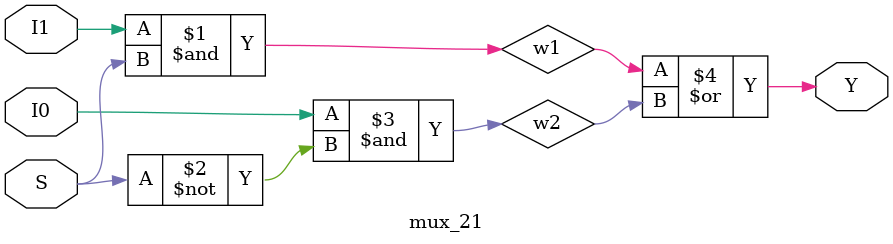
<source format=v>
`timescale 1ns / 1ps

module mux_21(input I0,I1,S ,output Y);
wire w1,w2;

assign w1=I1 & S;
assign w2=I0 &(~S);
assign Y=w1|w2;

endmodule

</source>
